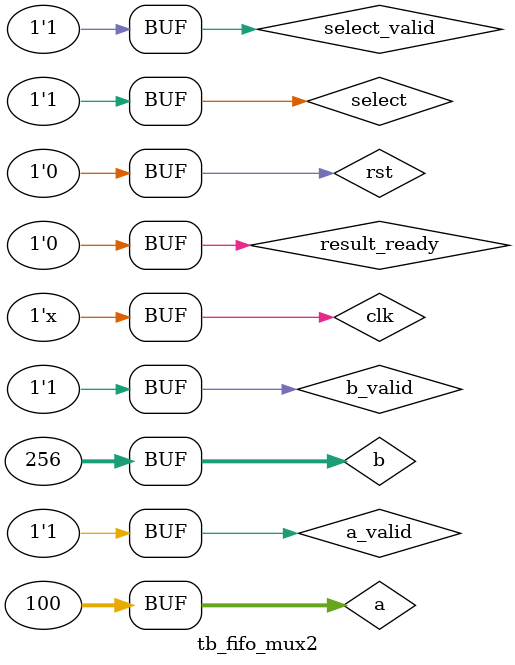
<source format=v>
`timescale 1ns / 1ps


module tb_fifo_mux2;

	// Inputs
	reg clk;
	reg rst;
    // a
	reg [31:0] a;
	reg a_valid;
    wire a_ready;
    // b
	reg [31:0] b;
	reg b_valid;
    wire b_ready;
    // select
    reg select;
    reg select_valid;
    wire select_ready;
    // result
    wire [31:0] result;
    wire result_valid;
    reg result_ready;

	// Instantiate the Unit Under Test (UUT)
	fifo_mux2 uut (
		.clk(clk), 
        .rst(rst),
		.a(a), 
		.a_valid(a_valid), 
		.a_ready(a_ready), 
		.b(b), 
		.b_valid(b_valid),
        .b_ready(b_ready),
        .select(select),
        .select_valid(select_valid),
        .select_ready(select_ready),
        .result(result),
        .result_valid(result_valid),
        .result_ready(result_ready)
	);

    always
        #1 clk <= ~clk;

	initial begin
		// Initialize Inputs
		clk <= 0;
        rst <= 1;
		a <= 100;
		a_valid <= 0;
		b <= 256;
		b_valid <= 0;
        select <= 0;
        select_valid <= 0;
        result_ready <= 0;

        #10 rst          <= 0;
        #20 a_valid      <= 1;
        #20 select       <= 0;
            select_valid <= 1;
        #20 result_ready <= 1;
        #20 select       <= 1; // select b
            select_valid <= 0;
        #20 select_valid <= 1;
        #20 b_valid      <= 1;
        #20 result_ready <= 0;

	end
      
endmodule


</source>
